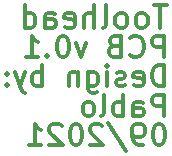
<source format=gbr>
%TF.GenerationSoftware,KiCad,Pcbnew,(5.1.10)-1*%
%TF.CreationDate,2021-09-03T22:45:51+03:00*%
%TF.ProjectId,toolhead_pcb,746f6f6c-6865-4616-945f-7063622e6b69,rev?*%
%TF.SameCoordinates,Original*%
%TF.FileFunction,Legend,Bot*%
%TF.FilePolarity,Positive*%
%FSLAX46Y46*%
G04 Gerber Fmt 4.6, Leading zero omitted, Abs format (unit mm)*
G04 Created by KiCad (PCBNEW (5.1.10)-1) date 2021-09-03 22:45:51*
%MOMM*%
%LPD*%
G01*
G04 APERTURE LIST*
%ADD10C,0.300000*%
G04 APERTURE END LIST*
D10*
X130533571Y-110014285D02*
X130362142Y-110014285D01*
X130190714Y-110100000D01*
X130105000Y-110185714D01*
X130019285Y-110357142D01*
X129933571Y-110700000D01*
X129933571Y-111128571D01*
X130019285Y-111471428D01*
X130105000Y-111642857D01*
X130190714Y-111728571D01*
X130362142Y-111814285D01*
X130533571Y-111814285D01*
X130705000Y-111728571D01*
X130790714Y-111642857D01*
X130876428Y-111471428D01*
X130962142Y-111128571D01*
X130962142Y-110700000D01*
X130876428Y-110357142D01*
X130790714Y-110185714D01*
X130705000Y-110100000D01*
X130533571Y-110014285D01*
X129076428Y-111814285D02*
X128733571Y-111814285D01*
X128562142Y-111728571D01*
X128476428Y-111642857D01*
X128305000Y-111385714D01*
X128219285Y-111042857D01*
X128219285Y-110357142D01*
X128305000Y-110185714D01*
X128390714Y-110100000D01*
X128562142Y-110014285D01*
X128905000Y-110014285D01*
X129076428Y-110100000D01*
X129162142Y-110185714D01*
X129247857Y-110357142D01*
X129247857Y-110785714D01*
X129162142Y-110957142D01*
X129076428Y-111042857D01*
X128905000Y-111128571D01*
X128562142Y-111128571D01*
X128390714Y-111042857D01*
X128305000Y-110957142D01*
X128219285Y-110785714D01*
X126162142Y-109928571D02*
X127705000Y-112242857D01*
X125647857Y-110185714D02*
X125562142Y-110100000D01*
X125390714Y-110014285D01*
X124962142Y-110014285D01*
X124790714Y-110100000D01*
X124705000Y-110185714D01*
X124619285Y-110357142D01*
X124619285Y-110528571D01*
X124705000Y-110785714D01*
X125733571Y-111814285D01*
X124619285Y-111814285D01*
X123505000Y-110014285D02*
X123333571Y-110014285D01*
X123162142Y-110100000D01*
X123076428Y-110185714D01*
X122990714Y-110357142D01*
X122905000Y-110700000D01*
X122905000Y-111128571D01*
X122990714Y-111471428D01*
X123076428Y-111642857D01*
X123162142Y-111728571D01*
X123333571Y-111814285D01*
X123505000Y-111814285D01*
X123676428Y-111728571D01*
X123762142Y-111642857D01*
X123847857Y-111471428D01*
X123933571Y-111128571D01*
X123933571Y-110700000D01*
X123847857Y-110357142D01*
X123762142Y-110185714D01*
X123676428Y-110100000D01*
X123505000Y-110014285D01*
X122219285Y-110185714D02*
X122133571Y-110100000D01*
X121962142Y-110014285D01*
X121533571Y-110014285D01*
X121362142Y-110100000D01*
X121276428Y-110185714D01*
X121190714Y-110357142D01*
X121190714Y-110528571D01*
X121276428Y-110785714D01*
X122305000Y-111814285D01*
X121190714Y-111814285D01*
X119476428Y-111814285D02*
X120505000Y-111814285D01*
X119990714Y-111814285D02*
X119990714Y-110014285D01*
X120162142Y-110271428D01*
X120333571Y-110442857D01*
X120505000Y-110528571D01*
X130876428Y-109314285D02*
X130876428Y-107514285D01*
X130190714Y-107514285D01*
X130019285Y-107600000D01*
X129933571Y-107685714D01*
X129847857Y-107857142D01*
X129847857Y-108114285D01*
X129933571Y-108285714D01*
X130019285Y-108371428D01*
X130190714Y-108457142D01*
X130876428Y-108457142D01*
X128305000Y-109314285D02*
X128305000Y-108371428D01*
X128390714Y-108200000D01*
X128562142Y-108114285D01*
X128905000Y-108114285D01*
X129076428Y-108200000D01*
X128305000Y-109228571D02*
X128476428Y-109314285D01*
X128905000Y-109314285D01*
X129076428Y-109228571D01*
X129162142Y-109057142D01*
X129162142Y-108885714D01*
X129076428Y-108714285D01*
X128905000Y-108628571D01*
X128476428Y-108628571D01*
X128305000Y-108542857D01*
X127447857Y-109314285D02*
X127447857Y-107514285D01*
X127447857Y-108200000D02*
X127276428Y-108114285D01*
X126933571Y-108114285D01*
X126762142Y-108200000D01*
X126676428Y-108285714D01*
X126590714Y-108457142D01*
X126590714Y-108971428D01*
X126676428Y-109142857D01*
X126762142Y-109228571D01*
X126933571Y-109314285D01*
X127276428Y-109314285D01*
X127447857Y-109228571D01*
X125562142Y-109314285D02*
X125733571Y-109228571D01*
X125819285Y-109057142D01*
X125819285Y-107514285D01*
X124619285Y-109314285D02*
X124790714Y-109228571D01*
X124876428Y-109142857D01*
X124962142Y-108971428D01*
X124962142Y-108457142D01*
X124876428Y-108285714D01*
X124790714Y-108200000D01*
X124619285Y-108114285D01*
X124362142Y-108114285D01*
X124190714Y-108200000D01*
X124105000Y-108285714D01*
X124019285Y-108457142D01*
X124019285Y-108971428D01*
X124105000Y-109142857D01*
X124190714Y-109228571D01*
X124362142Y-109314285D01*
X124619285Y-109314285D01*
X130876428Y-106814285D02*
X130876428Y-105014285D01*
X130447857Y-105014285D01*
X130190714Y-105100000D01*
X130019285Y-105271428D01*
X129933571Y-105442857D01*
X129847857Y-105785714D01*
X129847857Y-106042857D01*
X129933571Y-106385714D01*
X130019285Y-106557142D01*
X130190714Y-106728571D01*
X130447857Y-106814285D01*
X130876428Y-106814285D01*
X128390714Y-106728571D02*
X128562142Y-106814285D01*
X128905000Y-106814285D01*
X129076428Y-106728571D01*
X129162142Y-106557142D01*
X129162142Y-105871428D01*
X129076428Y-105700000D01*
X128905000Y-105614285D01*
X128562142Y-105614285D01*
X128390714Y-105700000D01*
X128305000Y-105871428D01*
X128305000Y-106042857D01*
X129162142Y-106214285D01*
X127619285Y-106728571D02*
X127447857Y-106814285D01*
X127105000Y-106814285D01*
X126933571Y-106728571D01*
X126847857Y-106557142D01*
X126847857Y-106471428D01*
X126933571Y-106300000D01*
X127105000Y-106214285D01*
X127362142Y-106214285D01*
X127533571Y-106128571D01*
X127619285Y-105957142D01*
X127619285Y-105871428D01*
X127533571Y-105700000D01*
X127362142Y-105614285D01*
X127105000Y-105614285D01*
X126933571Y-105700000D01*
X126076428Y-106814285D02*
X126076428Y-105614285D01*
X126076428Y-105014285D02*
X126162142Y-105100000D01*
X126076428Y-105185714D01*
X125990714Y-105100000D01*
X126076428Y-105014285D01*
X126076428Y-105185714D01*
X124447857Y-105614285D02*
X124447857Y-107071428D01*
X124533571Y-107242857D01*
X124619285Y-107328571D01*
X124790714Y-107414285D01*
X125047857Y-107414285D01*
X125219285Y-107328571D01*
X124447857Y-106728571D02*
X124619285Y-106814285D01*
X124962142Y-106814285D01*
X125133571Y-106728571D01*
X125219285Y-106642857D01*
X125305000Y-106471428D01*
X125305000Y-105957142D01*
X125219285Y-105785714D01*
X125133571Y-105700000D01*
X124962142Y-105614285D01*
X124619285Y-105614285D01*
X124447857Y-105700000D01*
X123590714Y-105614285D02*
X123590714Y-106814285D01*
X123590714Y-105785714D02*
X123505000Y-105700000D01*
X123333571Y-105614285D01*
X123076428Y-105614285D01*
X122905000Y-105700000D01*
X122819285Y-105871428D01*
X122819285Y-106814285D01*
X120590714Y-106814285D02*
X120590714Y-105014285D01*
X120590714Y-105700000D02*
X120419285Y-105614285D01*
X120076428Y-105614285D01*
X119905000Y-105700000D01*
X119819285Y-105785714D01*
X119733571Y-105957142D01*
X119733571Y-106471428D01*
X119819285Y-106642857D01*
X119905000Y-106728571D01*
X120076428Y-106814285D01*
X120419285Y-106814285D01*
X120590714Y-106728571D01*
X119133571Y-105614285D02*
X118705000Y-106814285D01*
X118276428Y-105614285D02*
X118705000Y-106814285D01*
X118876428Y-107242857D01*
X118962142Y-107328571D01*
X119133571Y-107414285D01*
X117590714Y-106642857D02*
X117505000Y-106728571D01*
X117590714Y-106814285D01*
X117676428Y-106728571D01*
X117590714Y-106642857D01*
X117590714Y-106814285D01*
X117590714Y-105700000D02*
X117505000Y-105785714D01*
X117590714Y-105871428D01*
X117676428Y-105785714D01*
X117590714Y-105700000D01*
X117590714Y-105871428D01*
X130876428Y-104314285D02*
X130876428Y-102514285D01*
X130190714Y-102514285D01*
X130019285Y-102600000D01*
X129933571Y-102685714D01*
X129847857Y-102857142D01*
X129847857Y-103114285D01*
X129933571Y-103285714D01*
X130019285Y-103371428D01*
X130190714Y-103457142D01*
X130876428Y-103457142D01*
X128047857Y-104142857D02*
X128133571Y-104228571D01*
X128390714Y-104314285D01*
X128562142Y-104314285D01*
X128819285Y-104228571D01*
X128990714Y-104057142D01*
X129076428Y-103885714D01*
X129162142Y-103542857D01*
X129162142Y-103285714D01*
X129076428Y-102942857D01*
X128990714Y-102771428D01*
X128819285Y-102600000D01*
X128562142Y-102514285D01*
X128390714Y-102514285D01*
X128133571Y-102600000D01*
X128047857Y-102685714D01*
X126676428Y-103371428D02*
X126419285Y-103457142D01*
X126333571Y-103542857D01*
X126247857Y-103714285D01*
X126247857Y-103971428D01*
X126333571Y-104142857D01*
X126419285Y-104228571D01*
X126590714Y-104314285D01*
X127276428Y-104314285D01*
X127276428Y-102514285D01*
X126676428Y-102514285D01*
X126505000Y-102600000D01*
X126419285Y-102685714D01*
X126333571Y-102857142D01*
X126333571Y-103028571D01*
X126419285Y-103200000D01*
X126505000Y-103285714D01*
X126676428Y-103371428D01*
X127276428Y-103371428D01*
X124276428Y-103114285D02*
X123847857Y-104314285D01*
X123419285Y-103114285D01*
X122390714Y-102514285D02*
X122219285Y-102514285D01*
X122047857Y-102600000D01*
X121962142Y-102685714D01*
X121876428Y-102857142D01*
X121790714Y-103200000D01*
X121790714Y-103628571D01*
X121876428Y-103971428D01*
X121962142Y-104142857D01*
X122047857Y-104228571D01*
X122219285Y-104314285D01*
X122390714Y-104314285D01*
X122562142Y-104228571D01*
X122647857Y-104142857D01*
X122733571Y-103971428D01*
X122819285Y-103628571D01*
X122819285Y-103200000D01*
X122733571Y-102857142D01*
X122647857Y-102685714D01*
X122562142Y-102600000D01*
X122390714Y-102514285D01*
X121019285Y-104142857D02*
X120933571Y-104228571D01*
X121019285Y-104314285D01*
X121105000Y-104228571D01*
X121019285Y-104142857D01*
X121019285Y-104314285D01*
X119219285Y-104314285D02*
X120247857Y-104314285D01*
X119733571Y-104314285D02*
X119733571Y-102514285D01*
X119905000Y-102771428D01*
X120076428Y-102942857D01*
X120247857Y-103028571D01*
X131124047Y-99959523D02*
X130038333Y-99959523D01*
X130581190Y-101859523D02*
X130581190Y-99959523D01*
X129133571Y-101859523D02*
X129314523Y-101769047D01*
X129405000Y-101678571D01*
X129495476Y-101497619D01*
X129495476Y-100954761D01*
X129405000Y-100773809D01*
X129314523Y-100683333D01*
X129133571Y-100592857D01*
X128862142Y-100592857D01*
X128681190Y-100683333D01*
X128590714Y-100773809D01*
X128500238Y-100954761D01*
X128500238Y-101497619D01*
X128590714Y-101678571D01*
X128681190Y-101769047D01*
X128862142Y-101859523D01*
X129133571Y-101859523D01*
X127414523Y-101859523D02*
X127595476Y-101769047D01*
X127685952Y-101678571D01*
X127776428Y-101497619D01*
X127776428Y-100954761D01*
X127685952Y-100773809D01*
X127595476Y-100683333D01*
X127414523Y-100592857D01*
X127143095Y-100592857D01*
X126962142Y-100683333D01*
X126871666Y-100773809D01*
X126781190Y-100954761D01*
X126781190Y-101497619D01*
X126871666Y-101678571D01*
X126962142Y-101769047D01*
X127143095Y-101859523D01*
X127414523Y-101859523D01*
X125695476Y-101859523D02*
X125876428Y-101769047D01*
X125966904Y-101588095D01*
X125966904Y-99959523D01*
X124971666Y-101859523D02*
X124971666Y-99959523D01*
X124157380Y-101859523D02*
X124157380Y-100864285D01*
X124247857Y-100683333D01*
X124428809Y-100592857D01*
X124700238Y-100592857D01*
X124881190Y-100683333D01*
X124971666Y-100773809D01*
X122528809Y-101769047D02*
X122709761Y-101859523D01*
X123071666Y-101859523D01*
X123252619Y-101769047D01*
X123343095Y-101588095D01*
X123343095Y-100864285D01*
X123252619Y-100683333D01*
X123071666Y-100592857D01*
X122709761Y-100592857D01*
X122528809Y-100683333D01*
X122438333Y-100864285D01*
X122438333Y-101045238D01*
X123343095Y-101226190D01*
X120809761Y-101859523D02*
X120809761Y-100864285D01*
X120900238Y-100683333D01*
X121081190Y-100592857D01*
X121443095Y-100592857D01*
X121624047Y-100683333D01*
X120809761Y-101769047D02*
X120990714Y-101859523D01*
X121443095Y-101859523D01*
X121624047Y-101769047D01*
X121714523Y-101588095D01*
X121714523Y-101407142D01*
X121624047Y-101226190D01*
X121443095Y-101135714D01*
X120990714Y-101135714D01*
X120809761Y-101045238D01*
X119090714Y-101859523D02*
X119090714Y-99959523D01*
X119090714Y-101769047D02*
X119271666Y-101859523D01*
X119633571Y-101859523D01*
X119814523Y-101769047D01*
X119905000Y-101678571D01*
X119995476Y-101497619D01*
X119995476Y-100954761D01*
X119905000Y-100773809D01*
X119814523Y-100683333D01*
X119633571Y-100592857D01*
X119271666Y-100592857D01*
X119090714Y-100683333D01*
M02*

</source>
